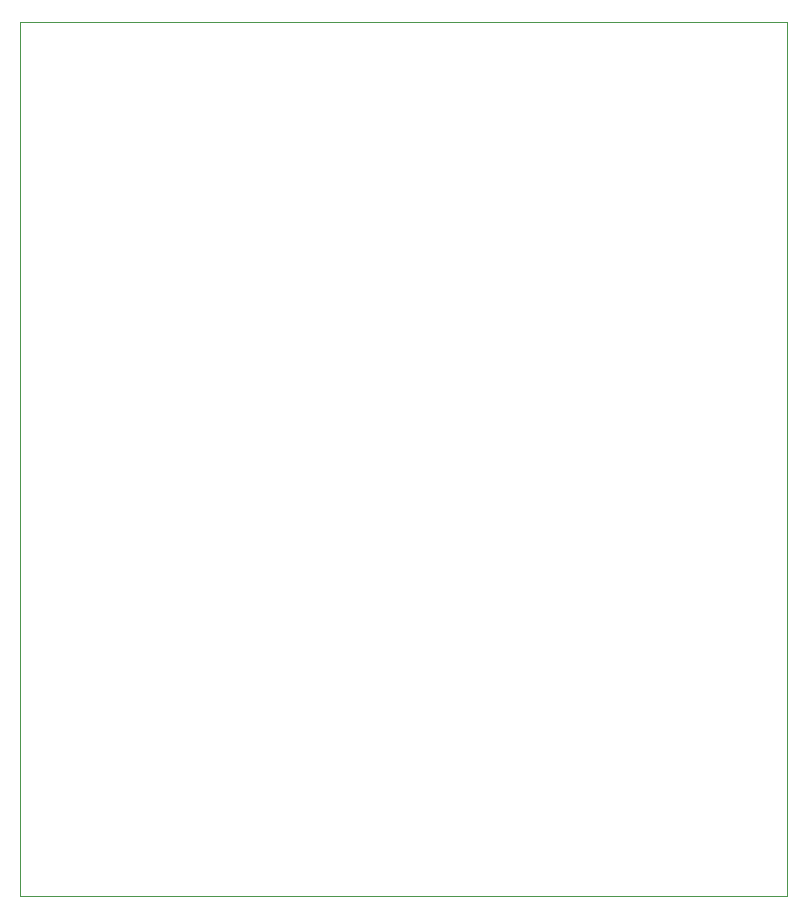
<source format=gbr>
%TF.GenerationSoftware,KiCad,Pcbnew,8.0.6*%
%TF.CreationDate,2025-02-24T13:58:07+01:00*%
%TF.ProjectId,DLA OCBEGO,444c4120-4f43-4424-9547-4f2e6b696361,rev?*%
%TF.SameCoordinates,Original*%
%TF.FileFunction,Profile,NP*%
%FSLAX46Y46*%
G04 Gerber Fmt 4.6, Leading zero omitted, Abs format (unit mm)*
G04 Created by KiCad (PCBNEW 8.0.6) date 2025-02-24 13:58:07*
%MOMM*%
%LPD*%
G01*
G04 APERTURE LIST*
%TA.AperFunction,Profile*%
%ADD10C,0.050000*%
%TD*%
G04 APERTURE END LIST*
D10*
X73000000Y-62000000D02*
X138000000Y-62000000D01*
X138000000Y-136000000D01*
X73000000Y-136000000D01*
X73000000Y-62000000D01*
M02*

</source>
